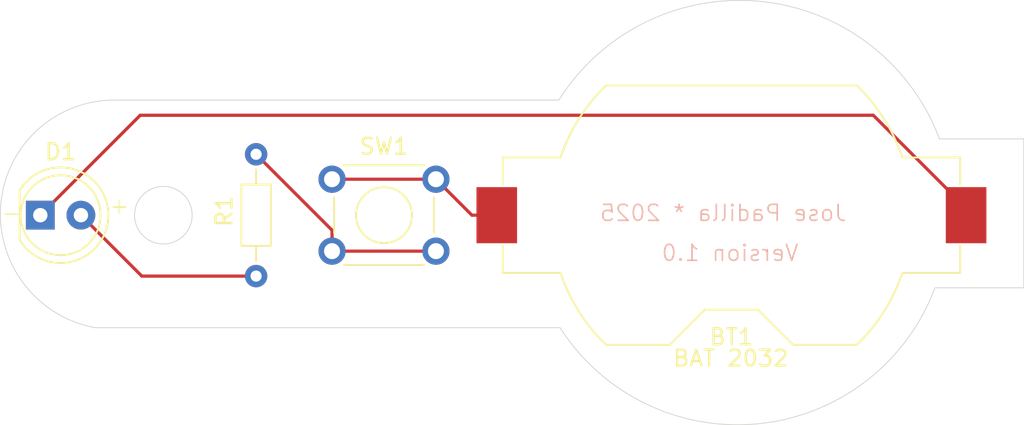
<source format=kicad_pcb>
(kicad_pcb (version 20241229) (generator "pcbnew") (generator_version "9.0")
  (title_block (title "LED Torch") (date "2025-11-23") (rev "V1") (company "JPIndustries") (comment 1 "Author: Jose Padilla"))
  (layers (0 "F.Cu" signal) (2 "B.Cu" signal) (13 "F.Paste" user) (15 "B.Paste" user) (5 "F.SilkS" user "F.Silkscreen") (7 "B.SilkS" user "B.Silkscreen") (1 "F.Mask" user) (3 "B.Mask" user) (25 "Edge.Cuts" user))
  (net 0 "")
  (net 1 "/LED_CATHODE")
  (net 2 "/BAT+")
  (net 3 "/LED_ANODE")
  (net 4 "Net-(SW1A-B)")
  (footprint "Button_Switch_THT:SW_TH_Tactile_Omron_B3F-100x" (layer "F.Cu") (at 140.75 120)
    (property "Reference" "SW1" (at 3.25 -2.05 0) (layer "F.SilkS"))
    (property "Value" "SW_DPDT_x2" (hide yes))
    (fp_line (start 0.13 3.35) (end 0.13 1.15) (stroke (width 0.12)) (layer "F.SilkS"))
    (fp_line (start 0.75 -0.87) (end 5.75 -0.87) (stroke (width 0.12)) (layer "F.SilkS"))
    (fp_line (start 0.75 5.37) (end 5.75 5.37) (stroke (width 0.12)) (layer "F.SilkS"))
    (fp_line (start 6.37 1.15) (end 6.37 3.35) (stroke (width 0.12)) (layer "F.SilkS"))
    (fp_circle (center 3.25 2.25) (end 5 2.25) (stroke (width 0.12)) (fill no) (layer "F.SilkS"))
    (pad "1" thru_hole circle (at 0 0) (size 1.7 1.7) (drill 1) (layers "*.Cu" "*.Mask") (net 2 "/BAT+"))
    (pad "1" thru_hole circle (at 6.5 0) (size 1.7 1.7) (drill 1) (layers "*.Cu" "*.Mask") (net 2 "/BAT+"))
    (pad "2" thru_hole circle (at 0 4.5) (size 1.7 1.7) (drill 1) (layers "*.Cu" "*.Mask") (net 4 "Net-(SW1A-B)"))
    (pad "2" thru_hole circle (at 6.5 4.5) (size 1.7 1.7) (drill 1) (layers "*.Cu" "*.Mask") (net 4 "Net-(SW1A-B)"))
  )
  (footprint "Resistor_THT:R_Axial_DIN0204_L3.6mm_D1.6mm_P7.62mm_Horizontal" (layer "F.Cu") (at 136 118.44 -90)
    (property "Reference" "R1" (at 3.56 2 90) (layer "F.SilkS"))
    (property "Value" "R" (hide yes))
    (fp_line (start 0.94 0) (end 1.89 0) (stroke (width 0.12)) (layer "F.SilkS"))
    (fp_line (start 6.68 0) (end 5.73 0) (stroke (width 0.12)) (layer "F.SilkS"))
    (fp_rect (start 1.89 -0.92) (end 5.73 0.92) (stroke (width 0.12)) (fill no) (layer "F.SilkS"))
    (pad "1" thru_hole circle (at 0 0 270) (size 1.4 1.4) (drill 0.7) (layers "*.Cu" "*.Mask") (net 4 "Net-(SW1A-B)"))
    (pad "2" thru_hole circle (at 7.62 0 270) (size 1.4 1.4) (drill 0.7) (layers "*.Cu" "*.Mask") (net 3 "/LED_ANODE"))
  )
  (footprint "LED_THT:LED_D5.0mm" (layer "F.Cu") (at 122.5 122.25)
    (property "Reference" "D1" (at 1.27 -3.96 0) (layer "F.SilkS"))
    (property "Value" "LED" (hide yes))
    (fp_line (start -1.29 -1.545) (end -1.29 1.545) (stroke (width 0.12)) (layer "F.SilkS"))
    (fp_arc (start -1.29 -1.54483) (mid 2.071779 -2.880495) (end 4.26 0) (stroke (width 0.12)) (layer "F.SilkS"))
    (fp_arc (start 4.26 0) (mid 2.071779 2.880495) (end -1.29 1.54483) (stroke (width 0.12)) (layer "F.SilkS"))
    (fp_circle (center 1.27 0) (end 3.77 0) (stroke (width 0.12)) (fill no) (layer "F.SilkS"))
    (pad "1" thru_hole rect (at 0 0) (size 1.8 1.8) (drill 0.9) (layers "*.Cu" "*.Mask") (net 1 "/LED_CATHODE"))
    (pad "2" thru_hole circle (at 2.54 0) (size 1.8 1.8) (drill 0.9) (layers "*.Cu" "*.Mask") (net 3 "/LED_ANODE"))
  )
  (footprint "Battery:BatteryHolder_Keystone_1058_1x2032" (layer "F.Cu") (at 165.735 122.25)
    (property "Reference" "BT1" (at 0 7.62 0) (layer "F.SilkS"))
    (property "Value" "BAT 2032" (at -0.035 8.95 0) (layer "F.SilkS"))
    (fp_line (start -14.31 -3.61) (end -10.692 -3.61) (stroke (width 0.12)) (layer "F.SilkS"))
    (fp_line (start -14.31 -1.9) (end -14.31 -3.61) (stroke (width 0.12)) (layer "F.SilkS"))
    (fp_line (start -14.31 1.9) (end -14.31 3.61) (stroke (width 0.12)) (layer "F.SilkS"))
    (fp_line (start -10.692 3.61) (end -14.31 3.61) (stroke (width 0.12)) (layer "F.SilkS"))
    (fp_line (start -7.8473 -8.11) (end 7.8473 -8.11) (stroke (width 0.12)) (layer "F.SilkS"))
    (fp_line (start -3.86 8.11) (end -7.8473 8.11) (stroke (width 0.12)) (layer "F.SilkS"))
    (fp_line (start -1.66 5.91) (end -3.86 8.11) (stroke (width 0.12)) (layer "F.SilkS"))
    (fp_line (start 1.66 5.91) (end -1.66 5.91) (stroke (width 0.12)) (layer "F.SilkS"))
    (fp_line (start 1.66 5.91) (end 3.86 8.11) (stroke (width 0.12)) (layer "F.SilkS"))
    (fp_line (start 7.8473 8.11) (end 3.86 8.11) (stroke (width 0.12)) (layer "F.SilkS"))
    (fp_line (start 10.692 -3.61) (end 14.31 -3.61) (stroke (width 0.12)) (layer "F.SilkS"))
    (fp_line (start 14.31 -1.9) (end 14.31 -3.61) (stroke (width 0.12)) (layer "F.SilkS"))
    (fp_line (start 14.31 1.9) (end 14.31 3.61) (stroke (width 0.12)) (layer "F.SilkS"))
    (fp_line (start 14.31 3.61) (end 10.692 3.61) (stroke (width 0.12)) (layer "F.SilkS"))
    (fp_arc (start -10.692 -3.61) (mid -9.538084 -6.031244) (end -7.845371 -8.111789) (stroke (width 0.12)) (layer "F.SilkS"))
    (fp_arc (start -7.845371 8.111789) (mid -9.538085 6.031244) (end -10.692 3.61) (stroke (width 0.12)) (layer "F.SilkS"))
    (fp_arc (start 7.845371 -8.111789) (mid 9.538085 -6.031244) (end 10.692 -3.61) (stroke (width 0.12)) (layer "F.SilkS"))
    (fp_arc (start 10.692 3.61) (mid 9.538084 6.031244) (end 7.845371 8.111789) (stroke (width 0.12)) (layer "F.SilkS"))
    (pad "1" smd rect (at -14.68 0) (size 2.54 3.51) (layers "F.Cu" "F.Mask" "F.Paste") (net 2 "/BAT+"))
    (pad "2" smd rect (at 14.68 0) (size 2.54 3.51) (layers "F.Cu" "F.Mask" "F.Paste") (net 1 "/LED_CATHODE"))
  )
  (gr_arc (start 178.468355 126.790537) (mid 167.511007 135.286858) (end 155.011382 129.286) (stroke (width 0.05)) (layer "Edge.Cuts"))
  (gr_arc (start 125.912617 129.285999) (mid 121.673706 126.797182) (end 120.003749 122.174) (stroke (width 0.05)) (layer "Edge.Cuts"))
  (gr_arc (start 154.940001 115.05075) (mid 167.596321 108.882386) (end 178.749713 117.475) (stroke (width 0.05)) (layer "Edge.Cuts"))
  (gr_circle (center 130.197224 122.25) (end 131.197224 123.75) (stroke (width 0.05)) (fill no) (layer "Edge.Cuts"))
  (gr_line (start 184.023 117.475) (end 178.749714 117.475) (stroke (width 0.05)) (layer "Edge.Cuts"))
  (gr_arc (start 120.003749 122.174) (mid 122.090101 117.137102) (end 127.126999 115.05075) (stroke (width 0.05)) (layer "Edge.Cuts"))
  (gr_line (start 125.912617 129.285999) (end 155.011382 129.286) (stroke (width 0.05)) (layer "Edge.Cuts"))
  (gr_line (start 127.126999 115.05075) (end 154.939999 115.05075) (stroke (width 0.05)) (layer "Edge.Cuts"))
  (gr_line (start 178.468355 126.790537) (end 184.023 126.790537) (stroke (width 0.05)) (layer "Edge.Cuts"))
  (gr_line (start 184.023 126.790537) (end 184.023 117.475) (stroke (width 0.05)) (layer "Edge.Cuts"))
  (gr_text "+" (at 126.76 122.25 0) (layer "F.SilkS") (effects (font (size 1 1) (thickness 0.1)) (justify left bottom)))
  (gr_text "-" (at 120 122.7 0) (layer "F.SilkS") (effects (font (size 1 1) (thickness 0.1)) (justify left bottom)))
  (gr_text "Jose Padilla * 2025" (at 173 122.7 0) (layer "B.SilkS") (effects (font (size 1 1) (thickness 0.1)) (justify left bottom mirror)))
  (gr_text "Version 1.0\n" (at 170 125.2 0) (layer "B.SilkS") (effects (font (size 1 1) (thickness 0.1)) (justify left bottom mirror)))
  (segment (start 128.75 116) (end 174.61 116) (width 0.2) (layer "F.Cu") (net 1))
  (segment (start 122.5 122.25) (end 128.75 116) (width 0.2) (layer "F.Cu") (net 1))
  (segment (start 174.61 116) (end 180.86 122.25) (width 0.2) (layer "F.Cu") (net 1))
  (segment (start 149.5 122.25) (end 151.5 122.25) (width 0.2) (layer "F.Cu") (net 2))
  (segment (start 147.25 120) (end 149.5 122.25) (width 0.2) (layer "F.Cu") (net 2))
  (segment (start 140.75 120) (end 147.25 120) (width 0.2) (layer "F.Cu") (net 2))
  (segment (start 128.85 126.06) (end 136 126.06) (width 0.2) (layer "F.Cu") (net 3))
  (segment (start 125.04 122.25) (end 128.85 126.06) (width 0.2) (layer "F.Cu") (net 3))
  (segment (start 136 118.44) (end 140.75 123.19) (width 0.2) (layer "F.Cu") (net 4))
  (segment (start 147.25 124.5) (end 140.75 124.5) (width 0.2) (layer "F.Cu") (net 4))
  (segment (start 140.75 123.19) (end 140.75 124.5) (width 0.2) (layer "F.Cu") (net 4))
)
</source>
